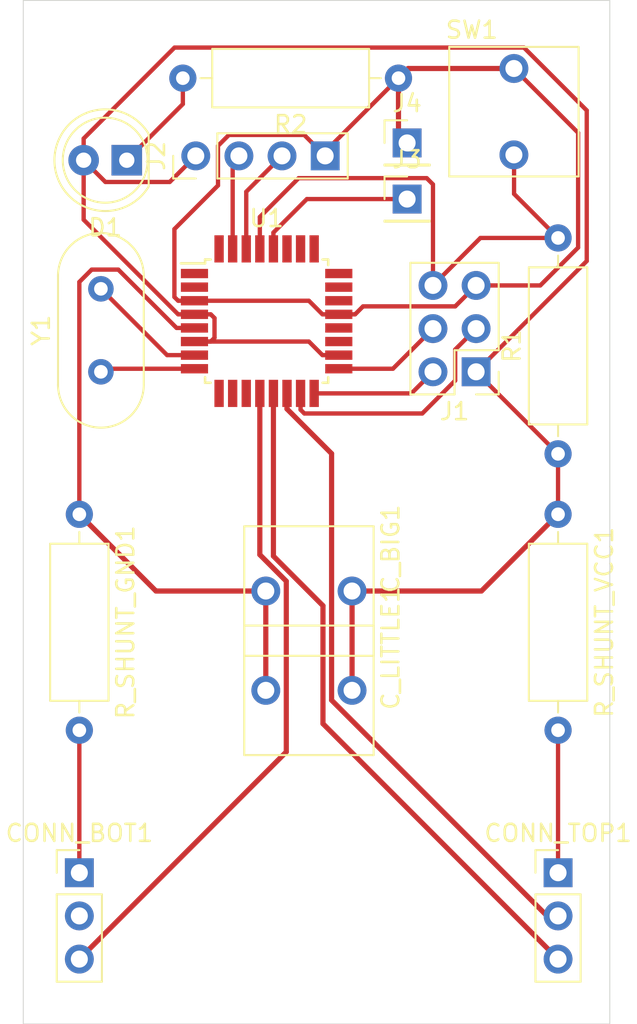
<source format=kicad_pcb>
(kicad_pcb (version 20171130) (host pcbnew "(5.1.9)-1")

  (general
    (thickness 1.6)
    (drawings 4)
    (tracks 105)
    (zones 0)
    (modules 16)
    (nets 33)
  )

  (page A4)
  (layers
    (0 F.Cu signal)
    (31 B.Cu signal)
    (32 B.Adhes user)
    (33 F.Adhes user)
    (34 B.Paste user)
    (35 F.Paste user)
    (36 B.SilkS user)
    (37 F.SilkS user)
    (38 B.Mask user)
    (39 F.Mask user)
    (40 Dwgs.User user)
    (41 Cmts.User user)
    (42 Eco1.User user)
    (43 Eco2.User user)
    (44 Edge.Cuts user)
    (45 Margin user)
    (46 B.CrtYd user)
    (47 F.CrtYd user)
    (48 B.Fab user)
    (49 F.Fab user)
  )

  (setup
    (last_trace_width 0.3048)
    (trace_clearance 0.2032)
    (zone_clearance 0.508)
    (zone_45_only no)
    (trace_min 0.254)
    (via_size 0.8)
    (via_drill 0.4064)
    (via_min_size 0.4)
    (via_min_drill 0.3)
    (uvia_size 0.3)
    (uvia_drill 0.1)
    (uvias_allowed no)
    (uvia_min_size 0.2)
    (uvia_min_drill 0.1)
    (edge_width 0.05)
    (segment_width 0.2)
    (pcb_text_width 0.3)
    (pcb_text_size 1.5 1.5)
    (mod_edge_width 0.12)
    (mod_text_size 1 1)
    (mod_text_width 0.15)
    (pad_size 1.7 1.7)
    (pad_drill 1)
    (pad_to_mask_clearance 0)
    (aux_axis_origin 0 0)
    (visible_elements 7FFFFFFF)
    (pcbplotparams
      (layerselection 0x01000_7fffffff)
      (usegerberextensions false)
      (usegerberattributes true)
      (usegerberadvancedattributes true)
      (creategerberjobfile true)
      (excludeedgelayer true)
      (linewidth 0.100000)
      (plotframeref false)
      (viasonmask false)
      (mode 1)
      (useauxorigin false)
      (hpglpennumber 1)
      (hpglpenspeed 20)
      (hpglpendiameter 15.000000)
      (psnegative false)
      (psa4output false)
      (plotreference true)
      (plotvalue true)
      (plotinvisibletext false)
      (padsonsilk false)
      (subtractmaskfromsilk false)
      (outputformat 1)
      (mirror false)
      (drillshape 0)
      (scaleselection 1)
      (outputdirectory "./"))
  )

  (net 0 "")
  (net 1 GND)
  (net 2 ISP_RST)
  (net 3 ISP_MOSI)
  (net 4 ISP_SCK)
  (net 5 VCC)
  (net 6 "Net-(U1-Pad32)")
  (net 7 "Net-(U1-Pad27)")
  (net 8 "Net-(U1-Pad26)")
  (net 9 "Net-(U1-Pad25)")
  (net 10 "Net-(U1-Pad24)")
  (net 11 "Net-(U1-Pad22)")
  (net 12 "Net-(U1-Pad20)")
  (net 13 "Net-(U1-Pad19)")
  (net 14 "Net-(U1-Pad11)")
  (net 15 "Net-(U1-Pad10)")
  (net 16 "Net-(U1-Pad9)")
  (net 17 "Net-(U1-Pad8)")
  (net 18 "Net-(U1-Pad7)")
  (net 19 "Net-(U1-Pad1)")
  (net 20 SC_TRIG)
  (net 21 SC_RST)
  (net 22 SC_CLK)
  (net 23 SC_DATA)
  (net 24 "Net-(U1-Pad2)")
  (net 25 "Net-(CONN_BOT1-Pad2)")
  (net 26 "Net-(CONN_BOT1-Pad1)")
  (net 27 "Net-(CONN_TOP1-Pad1)")
  (net 28 USART_RX)
  (net 29 USART_TX)
  (net 30 "Net-(U1-Pad23)")
  (net 31 ISP_MISO)
  (net 32 "Net-(D1-Pad1)")

  (net_class Default "This is the default net class."
    (clearance 0.2032)
    (trace_width 0.3048)
    (via_dia 0.8)
    (via_drill 0.4064)
    (uvia_dia 0.3)
    (uvia_drill 0.1)
    (diff_pair_width 0.254)
    (diff_pair_gap 0.254)
    (add_net GND)
    (add_net ISP_MISO)
    (add_net ISP_MOSI)
    (add_net ISP_RST)
    (add_net ISP_SCK)
    (add_net "Net-(CONN_BOT1-Pad1)")
    (add_net "Net-(CONN_BOT1-Pad2)")
    (add_net "Net-(CONN_TOP1-Pad1)")
    (add_net "Net-(D1-Pad1)")
    (add_net "Net-(U1-Pad1)")
    (add_net "Net-(U1-Pad10)")
    (add_net "Net-(U1-Pad11)")
    (add_net "Net-(U1-Pad19)")
    (add_net "Net-(U1-Pad2)")
    (add_net "Net-(U1-Pad20)")
    (add_net "Net-(U1-Pad22)")
    (add_net "Net-(U1-Pad23)")
    (add_net "Net-(U1-Pad24)")
    (add_net "Net-(U1-Pad25)")
    (add_net "Net-(U1-Pad26)")
    (add_net "Net-(U1-Pad27)")
    (add_net "Net-(U1-Pad32)")
    (add_net "Net-(U1-Pad7)")
    (add_net "Net-(U1-Pad8)")
    (add_net "Net-(U1-Pad9)")
    (add_net SC_CLK)
    (add_net SC_DATA)
    (add_net SC_RST)
    (add_net SC_TRIG)
    (add_net USART_RX)
    (add_net USART_TX)
    (add_net VCC)
  )

  (module avr_demo:SW_6x6 (layer F.Cu) (tedit 6104F7D4) (tstamp 61062A21)
    (at 66.04 81.28 270)
    (descr "Through hole straight pin header, 1x03, 2.54mm pitch, single row")
    (tags "Through hole pin header THT 1x03 2.54mm single row")
    (path /610633B4)
    (fp_text reference C_LITTLE1 (at 0 -2.33 90) (layer F.SilkS)
      (effects (font (size 1 1) (thickness 0.15)))
    )
    (fp_text value C (at 0 7.41 90) (layer F.Fab)
      (effects (font (size 1 1) (thickness 0.15)))
    )
    (fp_line (start -1.33 -1.33) (end 6.29 -1.33) (layer F.SilkS) (width 0.12))
    (fp_line (start 6.29 -1.33) (end 6.29 6.29) (layer F.SilkS) (width 0.12))
    (fp_line (start 6.29 6.29) (end -1.33 6.29) (layer F.SilkS) (width 0.12))
    (fp_line (start -1.33 -1.33) (end -1.33 6.29) (layer F.SilkS) (width 0.12))
    (pad 2 thru_hole oval (at 2.48 5.02 270) (size 1.7 1.7) (drill 1) (layers *.Cu *.Mask)
      (net 1 GND))
    (pad 1 thru_hole circle (at 2.48 -0.06 270) (size 1.7 1.7) (drill 1) (layers *.Cu *.Mask)
      (net 5 VCC))
    (model ${KISYS3DMOD}/Connector_PinHeader_2.54mm.3dshapes/PinHeader_1x03_P2.54mm_Vertical.wrl
      (at (xyz 0 0 0))
      (scale (xyz 1 1 1))
      (rotate (xyz 0 0 0))
    )
  )

  (module avr_demo:SW_6x6 (layer F.Cu) (tedit 6104F7D4) (tstamp 61062A17)
    (at 66.04 75.438 270)
    (descr "Through hole straight pin header, 1x03, 2.54mm pitch, single row")
    (tags "Through hole pin header THT 1x03 2.54mm single row")
    (path /61062DA7)
    (fp_text reference C_BIG1 (at 0 -2.33 90) (layer F.SilkS)
      (effects (font (size 1 1) (thickness 0.15)))
    )
    (fp_text value C (at 0 7.41 90) (layer F.Fab)
      (effects (font (size 1 1) (thickness 0.15)))
    )
    (fp_line (start -1.33 -1.33) (end 6.29 -1.33) (layer F.SilkS) (width 0.12))
    (fp_line (start 6.29 -1.33) (end 6.29 6.29) (layer F.SilkS) (width 0.12))
    (fp_line (start 6.29 6.29) (end -1.33 6.29) (layer F.SilkS) (width 0.12))
    (fp_line (start -1.33 -1.33) (end -1.33 6.29) (layer F.SilkS) (width 0.12))
    (pad 2 thru_hole oval (at 2.48 5.02 270) (size 1.7 1.7) (drill 1) (layers *.Cu *.Mask)
      (net 1 GND))
    (pad 1 thru_hole circle (at 2.48 -0.06 270) (size 1.7 1.7) (drill 1) (layers *.Cu *.Mask)
      (net 5 VCC))
    (model ${KISYS3DMOD}/Connector_PinHeader_2.54mm.3dshapes/PinHeader_1x03_P2.54mm_Vertical.wrl
      (at (xyz 0 0 0))
      (scale (xyz 1 1 1))
      (rotate (xyz 0 0 0))
    )
  )

  (module Connector_PinHeader_2.54mm:PinHeader_1x01_P2.54mm_Vertical (layer F.Cu) (tedit 59FED5CC) (tstamp 61062504)
    (at 69.342 51.562)
    (descr "Through hole straight pin header, 1x01, 2.54mm pitch, single row")
    (tags "Through hole pin header THT 1x01 2.54mm single row")
    (path /61072F42)
    (fp_text reference J4 (at 0 -2.33) (layer F.SilkS)
      (effects (font (size 1 1) (thickness 0.15)))
    )
    (fp_text value Conn_01x01_Male (at 0 2.33) (layer F.Fab)
      (effects (font (size 1 1) (thickness 0.15)))
    )
    (fp_text user %R (at 0 0 90) (layer F.Fab)
      (effects (font (size 1 1) (thickness 0.15)))
    )
    (fp_line (start -0.635 -1.27) (end 1.27 -1.27) (layer F.Fab) (width 0.1))
    (fp_line (start 1.27 -1.27) (end 1.27 1.27) (layer F.Fab) (width 0.1))
    (fp_line (start 1.27 1.27) (end -1.27 1.27) (layer F.Fab) (width 0.1))
    (fp_line (start -1.27 1.27) (end -1.27 -0.635) (layer F.Fab) (width 0.1))
    (fp_line (start -1.27 -0.635) (end -0.635 -1.27) (layer F.Fab) (width 0.1))
    (fp_line (start -1.33 1.33) (end 1.33 1.33) (layer F.SilkS) (width 0.12))
    (fp_line (start -1.33 1.27) (end -1.33 1.33) (layer F.SilkS) (width 0.12))
    (fp_line (start 1.33 1.27) (end 1.33 1.33) (layer F.SilkS) (width 0.12))
    (fp_line (start -1.33 1.27) (end 1.33 1.27) (layer F.SilkS) (width 0.12))
    (fp_line (start -1.33 0) (end -1.33 -1.33) (layer F.SilkS) (width 0.12))
    (fp_line (start -1.33 -1.33) (end 0 -1.33) (layer F.SilkS) (width 0.12))
    (fp_line (start -1.8 -1.8) (end -1.8 1.8) (layer F.CrtYd) (width 0.05))
    (fp_line (start -1.8 1.8) (end 1.8 1.8) (layer F.CrtYd) (width 0.05))
    (fp_line (start 1.8 1.8) (end 1.8 -1.8) (layer F.CrtYd) (width 0.05))
    (fp_line (start 1.8 -1.8) (end -1.8 -1.8) (layer F.CrtYd) (width 0.05))
    (pad 1 thru_hole rect (at 0 0) (size 1.7 1.7) (drill 1) (layers *.Cu *.Mask)
      (net 1 GND))
    (model ${KISYS3DMOD}/Connector_PinHeader_2.54mm.3dshapes/PinHeader_1x01_P2.54mm_Vertical.wrl
      (at (xyz 0 0 0))
      (scale (xyz 1 1 1))
      (rotate (xyz 0 0 0))
    )
  )

  (module Connector_PinHeader_2.54mm:PinHeader_1x01_P2.54mm_Vertical (layer F.Cu) (tedit 59FED5CC) (tstamp 6105795A)
    (at 69.342 54.864)
    (descr "Through hole straight pin header, 1x01, 2.54mm pitch, single row")
    (tags "Through hole pin header THT 1x01 2.54mm single row")
    (path /6108EC2D)
    (fp_text reference J3 (at 0 -2.33) (layer F.SilkS)
      (effects (font (size 1 1) (thickness 0.15)))
    )
    (fp_text value Conn_01x01_Male (at 0 2.33) (layer F.Fab)
      (effects (font (size 1 1) (thickness 0.15)))
    )
    (fp_line (start -0.635 -1.27) (end 1.27 -1.27) (layer F.Fab) (width 0.1))
    (fp_line (start 1.27 -1.27) (end 1.27 1.27) (layer F.Fab) (width 0.1))
    (fp_line (start 1.27 1.27) (end -1.27 1.27) (layer F.Fab) (width 0.1))
    (fp_line (start -1.27 1.27) (end -1.27 -0.635) (layer F.Fab) (width 0.1))
    (fp_line (start -1.27 -0.635) (end -0.635 -1.27) (layer F.Fab) (width 0.1))
    (fp_line (start -1.33 1.33) (end 1.33 1.33) (layer F.SilkS) (width 0.12))
    (fp_line (start -1.33 1.27) (end -1.33 1.33) (layer F.SilkS) (width 0.12))
    (fp_line (start 1.33 1.27) (end 1.33 1.33) (layer F.SilkS) (width 0.12))
    (fp_line (start -1.33 1.27) (end 1.33 1.27) (layer F.SilkS) (width 0.12))
    (fp_line (start -1.33 0) (end -1.33 -1.33) (layer F.SilkS) (width 0.12))
    (fp_line (start -1.33 -1.33) (end 0 -1.33) (layer F.SilkS) (width 0.12))
    (fp_line (start -1.8 -1.8) (end -1.8 1.8) (layer F.CrtYd) (width 0.05))
    (fp_line (start -1.8 1.8) (end 1.8 1.8) (layer F.CrtYd) (width 0.05))
    (fp_line (start 1.8 1.8) (end 1.8 -1.8) (layer F.CrtYd) (width 0.05))
    (fp_line (start 1.8 -1.8) (end -1.8 -1.8) (layer F.CrtYd) (width 0.05))
    (fp_text user %R (at 0 0 90) (layer F.Fab)
      (effects (font (size 1 1) (thickness 0.15)))
    )
    (pad 1 thru_hole rect (at 0 0) (size 1.7 1.7) (drill 1) (layers *.Cu *.Mask)
      (net 20 SC_TRIG))
    (model ${KISYS3DMOD}/Connector_PinHeader_2.54mm.3dshapes/PinHeader_1x01_P2.54mm_Vertical.wrl
      (at (xyz 0 0 0))
      (scale (xyz 1 1 1))
      (rotate (xyz 0 0 0))
    )
  )

  (module Package_QFP:TQFP-32_7x7mm_P0.8mm (layer F.Cu) (tedit 5A02F146) (tstamp 610562CF)
    (at 61.068 62.044)
    (descr "32-Lead Plastic Thin Quad Flatpack (PT) - 7x7x1.0 mm Body, 2.00 mm [TQFP] (see Microchip Packaging Specification 00000049BS.pdf)")
    (tags "QFP 0.8")
    (path /6100FA40)
    (attr smd)
    (fp_text reference U1 (at 0 -6.05) (layer F.SilkS)
      (effects (font (size 1 1) (thickness 0.15)))
    )
    (fp_text value ATmega328P-AU (at 0 6.05) (layer F.Fab)
      (effects (font (size 1 1) (thickness 0.15)))
    )
    (fp_line (start -3.625 -3.4) (end -5.05 -3.4) (layer F.SilkS) (width 0.15))
    (fp_line (start 3.625 -3.625) (end 3.3 -3.625) (layer F.SilkS) (width 0.15))
    (fp_line (start 3.625 3.625) (end 3.3 3.625) (layer F.SilkS) (width 0.15))
    (fp_line (start -3.625 3.625) (end -3.3 3.625) (layer F.SilkS) (width 0.15))
    (fp_line (start -3.625 -3.625) (end -3.3 -3.625) (layer F.SilkS) (width 0.15))
    (fp_line (start -3.625 3.625) (end -3.625 3.3) (layer F.SilkS) (width 0.15))
    (fp_line (start 3.625 3.625) (end 3.625 3.3) (layer F.SilkS) (width 0.15))
    (fp_line (start 3.625 -3.625) (end 3.625 -3.3) (layer F.SilkS) (width 0.15))
    (fp_line (start -3.625 -3.625) (end -3.625 -3.4) (layer F.SilkS) (width 0.15))
    (fp_line (start -5.3 5.3) (end 5.3 5.3) (layer F.CrtYd) (width 0.05))
    (fp_line (start -5.3 -5.3) (end 5.3 -5.3) (layer F.CrtYd) (width 0.05))
    (fp_line (start 5.3 -5.3) (end 5.3 5.3) (layer F.CrtYd) (width 0.05))
    (fp_line (start -5.3 -5.3) (end -5.3 5.3) (layer F.CrtYd) (width 0.05))
    (fp_line (start -3.5 -2.5) (end -2.5 -3.5) (layer F.Fab) (width 0.15))
    (fp_line (start -3.5 3.5) (end -3.5 -2.5) (layer F.Fab) (width 0.15))
    (fp_line (start 3.5 3.5) (end -3.5 3.5) (layer F.Fab) (width 0.15))
    (fp_line (start 3.5 -3.5) (end 3.5 3.5) (layer F.Fab) (width 0.15))
    (fp_line (start -2.5 -3.5) (end 3.5 -3.5) (layer F.Fab) (width 0.15))
    (fp_text user %R (at 0 0) (layer F.Fab)
      (effects (font (size 1 1) (thickness 0.15)))
    )
    (pad 32 smd rect (at -2.8 -4.25 90) (size 1.6 0.55) (layers F.Cu F.Paste F.Mask)
      (net 6 "Net-(U1-Pad32)"))
    (pad 31 smd rect (at -2 -4.25 90) (size 1.6 0.55) (layers F.Cu F.Paste F.Mask)
      (net 29 USART_TX))
    (pad 30 smd rect (at -1.2 -4.25 90) (size 1.6 0.55) (layers F.Cu F.Paste F.Mask)
      (net 28 USART_RX))
    (pad 29 smd rect (at -0.4 -4.25 90) (size 1.6 0.55) (layers F.Cu F.Paste F.Mask)
      (net 2 ISP_RST))
    (pad 28 smd rect (at 0.4 -4.25 90) (size 1.6 0.55) (layers F.Cu F.Paste F.Mask)
      (net 20 SC_TRIG))
    (pad 27 smd rect (at 1.2 -4.25 90) (size 1.6 0.55) (layers F.Cu F.Paste F.Mask)
      (net 7 "Net-(U1-Pad27)"))
    (pad 26 smd rect (at 2 -4.25 90) (size 1.6 0.55) (layers F.Cu F.Paste F.Mask)
      (net 8 "Net-(U1-Pad26)"))
    (pad 25 smd rect (at 2.8 -4.25 90) (size 1.6 0.55) (layers F.Cu F.Paste F.Mask)
      (net 9 "Net-(U1-Pad25)"))
    (pad 24 smd rect (at 4.25 -2.8) (size 1.6 0.55) (layers F.Cu F.Paste F.Mask)
      (net 10 "Net-(U1-Pad24)"))
    (pad 23 smd rect (at 4.25 -2) (size 1.6 0.55) (layers F.Cu F.Paste F.Mask)
      (net 30 "Net-(U1-Pad23)"))
    (pad 22 smd rect (at 4.25 -1.2) (size 1.6 0.55) (layers F.Cu F.Paste F.Mask)
      (net 11 "Net-(U1-Pad22)"))
    (pad 21 smd rect (at 4.25 -0.4) (size 1.6 0.55) (layers F.Cu F.Paste F.Mask)
      (net 1 GND))
    (pad 20 smd rect (at 4.25 0.4) (size 1.6 0.55) (layers F.Cu F.Paste F.Mask)
      (net 12 "Net-(U1-Pad20)"))
    (pad 19 smd rect (at 4.25 1.2) (size 1.6 0.55) (layers F.Cu F.Paste F.Mask)
      (net 13 "Net-(U1-Pad19)"))
    (pad 18 smd rect (at 4.25 2) (size 1.6 0.55) (layers F.Cu F.Paste F.Mask)
      (net 5 VCC))
    (pad 17 smd rect (at 4.25 2.8) (size 1.6 0.55) (layers F.Cu F.Paste F.Mask)
      (net 4 ISP_SCK))
    (pad 16 smd rect (at 2.8 4.25 90) (size 1.6 0.55) (layers F.Cu F.Paste F.Mask)
      (net 31 ISP_MISO))
    (pad 15 smd rect (at 2 4.25 90) (size 1.6 0.55) (layers F.Cu F.Paste F.Mask)
      (net 3 ISP_MOSI))
    (pad 14 smd rect (at 1.2 4.25 90) (size 1.6 0.55) (layers F.Cu F.Paste F.Mask)
      (net 21 SC_RST))
    (pad 13 smd rect (at 0.4 4.25 90) (size 1.6 0.55) (layers F.Cu F.Paste F.Mask)
      (net 22 SC_CLK))
    (pad 12 smd rect (at -0.4 4.25 90) (size 1.6 0.55) (layers F.Cu F.Paste F.Mask)
      (net 23 SC_DATA))
    (pad 11 smd rect (at -1.2 4.25 90) (size 1.6 0.55) (layers F.Cu F.Paste F.Mask)
      (net 14 "Net-(U1-Pad11)"))
    (pad 10 smd rect (at -2 4.25 90) (size 1.6 0.55) (layers F.Cu F.Paste F.Mask)
      (net 15 "Net-(U1-Pad10)"))
    (pad 9 smd rect (at -2.8 4.25 90) (size 1.6 0.55) (layers F.Cu F.Paste F.Mask)
      (net 16 "Net-(U1-Pad9)"))
    (pad 8 smd rect (at -4.25 2.8) (size 1.6 0.55) (layers F.Cu F.Paste F.Mask)
      (net 17 "Net-(U1-Pad8)"))
    (pad 7 smd rect (at -4.25 2) (size 1.6 0.55) (layers F.Cu F.Paste F.Mask)
      (net 18 "Net-(U1-Pad7)"))
    (pad 6 smd rect (at -4.25 1.2) (size 1.6 0.55) (layers F.Cu F.Paste F.Mask)
      (net 5 VCC))
    (pad 5 smd rect (at -4.25 0.4) (size 1.6 0.55) (layers F.Cu F.Paste F.Mask)
      (net 1 GND))
    (pad 4 smd rect (at -4.25 -0.4) (size 1.6 0.55) (layers F.Cu F.Paste F.Mask)
      (net 5 VCC))
    (pad 3 smd rect (at -4.25 -1.2) (size 1.6 0.55) (layers F.Cu F.Paste F.Mask)
      (net 1 GND))
    (pad 2 smd rect (at -4.25 -2) (size 1.6 0.55) (layers F.Cu F.Paste F.Mask)
      (net 24 "Net-(U1-Pad2)"))
    (pad 1 smd rect (at -4.25 -2.8) (size 1.6 0.55) (layers F.Cu F.Paste F.Mask)
      (net 19 "Net-(U1-Pad1)"))
    (model ${KISYS3DMOD}/Package_QFP.3dshapes/TQFP-32_7x7mm_P0.8mm.wrl
      (at (xyz 0 0 0))
      (scale (xyz 1 1 1))
      (rotate (xyz 0 0 0))
    )
  )

  (module Resistor_THT:R_Axial_DIN0309_L9.0mm_D3.2mm_P12.70mm_Horizontal (layer F.Cu) (tedit 5AE5139B) (tstamp 610572A9)
    (at 68.834 47.752 180)
    (descr "Resistor, Axial_DIN0309 series, Axial, Horizontal, pin pitch=12.7mm, 0.5W = 1/2W, length*diameter=9*3.2mm^2, http://cdn-reichelt.de/documents/datenblatt/B400/1_4W%23YAG.pdf")
    (tags "Resistor Axial_DIN0309 series Axial Horizontal pin pitch 12.7mm 0.5W = 1/2W length 9mm diameter 3.2mm")
    (path /6106821A)
    (fp_text reference R2 (at 6.35 -2.72) (layer F.SilkS)
      (effects (font (size 1 1) (thickness 0.15)))
    )
    (fp_text value R (at 6.35 2.72) (layer F.Fab)
      (effects (font (size 1 1) (thickness 0.15)))
    )
    (fp_line (start 1.85 -1.6) (end 1.85 1.6) (layer F.Fab) (width 0.1))
    (fp_line (start 1.85 1.6) (end 10.85 1.6) (layer F.Fab) (width 0.1))
    (fp_line (start 10.85 1.6) (end 10.85 -1.6) (layer F.Fab) (width 0.1))
    (fp_line (start 10.85 -1.6) (end 1.85 -1.6) (layer F.Fab) (width 0.1))
    (fp_line (start 0 0) (end 1.85 0) (layer F.Fab) (width 0.1))
    (fp_line (start 12.7 0) (end 10.85 0) (layer F.Fab) (width 0.1))
    (fp_line (start 1.73 -1.72) (end 1.73 1.72) (layer F.SilkS) (width 0.12))
    (fp_line (start 1.73 1.72) (end 10.97 1.72) (layer F.SilkS) (width 0.12))
    (fp_line (start 10.97 1.72) (end 10.97 -1.72) (layer F.SilkS) (width 0.12))
    (fp_line (start 10.97 -1.72) (end 1.73 -1.72) (layer F.SilkS) (width 0.12))
    (fp_line (start 1.04 0) (end 1.73 0) (layer F.SilkS) (width 0.12))
    (fp_line (start 11.66 0) (end 10.97 0) (layer F.SilkS) (width 0.12))
    (fp_line (start -1.05 -1.85) (end -1.05 1.85) (layer F.CrtYd) (width 0.05))
    (fp_line (start -1.05 1.85) (end 13.75 1.85) (layer F.CrtYd) (width 0.05))
    (fp_line (start 13.75 1.85) (end 13.75 -1.85) (layer F.CrtYd) (width 0.05))
    (fp_line (start 13.75 -1.85) (end -1.05 -1.85) (layer F.CrtYd) (width 0.05))
    (fp_text user %R (at 6.35 0) (layer F.Fab)
      (effects (font (size 1 1) (thickness 0.15)))
    )
    (pad 2 thru_hole oval (at 12.7 0 180) (size 1.6 1.6) (drill 0.8) (layers *.Cu *.Mask)
      (net 32 "Net-(D1-Pad1)"))
    (pad 1 thru_hole circle (at 0 0 180) (size 1.6 1.6) (drill 0.8) (layers *.Cu *.Mask)
      (net 1 GND))
    (model ${KISYS3DMOD}/Resistor_THT.3dshapes/R_Axial_DIN0309_L9.0mm_D3.2mm_P12.70mm_Horizontal.wrl
      (at (xyz 0 0 0))
      (scale (xyz 1 1 1))
      (rotate (xyz 0 0 0))
    )
  )

  (module LED_THT:LED_D5.0mm (layer F.Cu) (tedit 5995936A) (tstamp 61057202)
    (at 52.832 52.578 180)
    (descr "LED, diameter 5.0mm, 2 pins, http://cdn-reichelt.de/documents/datenblatt/A500/LL-504BC2E-009.pdf")
    (tags "LED diameter 5.0mm 2 pins")
    (path /61067996)
    (fp_text reference D1 (at 1.27 -3.96) (layer F.SilkS)
      (effects (font (size 1 1) (thickness 0.15)))
    )
    (fp_text value LED (at 1.27 3.96) (layer F.Fab)
      (effects (font (size 1 1) (thickness 0.15)))
    )
    (fp_circle (center 1.27 0) (end 3.77 0) (layer F.Fab) (width 0.1))
    (fp_circle (center 1.27 0) (end 3.77 0) (layer F.SilkS) (width 0.12))
    (fp_line (start -1.23 -1.469694) (end -1.23 1.469694) (layer F.Fab) (width 0.1))
    (fp_line (start -1.29 -1.545) (end -1.29 1.545) (layer F.SilkS) (width 0.12))
    (fp_line (start -1.95 -3.25) (end -1.95 3.25) (layer F.CrtYd) (width 0.05))
    (fp_line (start -1.95 3.25) (end 4.5 3.25) (layer F.CrtYd) (width 0.05))
    (fp_line (start 4.5 3.25) (end 4.5 -3.25) (layer F.CrtYd) (width 0.05))
    (fp_line (start 4.5 -3.25) (end -1.95 -3.25) (layer F.CrtYd) (width 0.05))
    (fp_text user %R (at 1.25 0) (layer F.Fab)
      (effects (font (size 0.8 0.8) (thickness 0.2)))
    )
    (fp_arc (start 1.27 0) (end -1.29 1.54483) (angle -148.9) (layer F.SilkS) (width 0.12))
    (fp_arc (start 1.27 0) (end -1.29 -1.54483) (angle 148.9) (layer F.SilkS) (width 0.12))
    (fp_arc (start 1.27 0) (end -1.23 -1.469694) (angle 299.1) (layer F.Fab) (width 0.1))
    (pad 2 thru_hole circle (at 2.54 0 180) (size 1.8 1.8) (drill 0.9) (layers *.Cu *.Mask)
      (net 5 VCC))
    (pad 1 thru_hole rect (at 0 0 180) (size 1.8 1.8) (drill 0.9) (layers *.Cu *.Mask)
      (net 32 "Net-(D1-Pad1)"))
    (model ${KISYS3DMOD}/LED_THT.3dshapes/LED_D5.0mm.wrl
      (at (xyz 0 0 0))
      (scale (xyz 1 1 1))
      (rotate (xyz 0 0 0))
    )
  )

  (module Connector_PinHeader_2.54mm:PinHeader_1x03_P2.54mm_Vertical (layer F.Cu) (tedit 59FED5CC) (tstamp 610561EC)
    (at 78.232 94.488)
    (descr "Through hole straight pin header, 1x03, 2.54mm pitch, single row")
    (tags "Through hole pin header THT 1x03 2.54mm single row")
    (path /6104E299)
    (fp_text reference CONN_TOP1 (at 0 -2.33) (layer F.SilkS)
      (effects (font (size 1 1) (thickness 0.15)))
    )
    (fp_text value Conn_01x03 (at 0 7.41) (layer F.Fab)
      (effects (font (size 1 1) (thickness 0.15)))
    )
    (fp_line (start 1.8 -1.8) (end -1.8 -1.8) (layer F.CrtYd) (width 0.05))
    (fp_line (start 1.8 6.85) (end 1.8 -1.8) (layer F.CrtYd) (width 0.05))
    (fp_line (start -1.8 6.85) (end 1.8 6.85) (layer F.CrtYd) (width 0.05))
    (fp_line (start -1.8 -1.8) (end -1.8 6.85) (layer F.CrtYd) (width 0.05))
    (fp_line (start -1.33 -1.33) (end 0 -1.33) (layer F.SilkS) (width 0.12))
    (fp_line (start -1.33 0) (end -1.33 -1.33) (layer F.SilkS) (width 0.12))
    (fp_line (start -1.33 1.27) (end 1.33 1.27) (layer F.SilkS) (width 0.12))
    (fp_line (start 1.33 1.27) (end 1.33 6.41) (layer F.SilkS) (width 0.12))
    (fp_line (start -1.33 1.27) (end -1.33 6.41) (layer F.SilkS) (width 0.12))
    (fp_line (start -1.33 6.41) (end 1.33 6.41) (layer F.SilkS) (width 0.12))
    (fp_line (start -1.27 -0.635) (end -0.635 -1.27) (layer F.Fab) (width 0.1))
    (fp_line (start -1.27 6.35) (end -1.27 -0.635) (layer F.Fab) (width 0.1))
    (fp_line (start 1.27 6.35) (end -1.27 6.35) (layer F.Fab) (width 0.1))
    (fp_line (start 1.27 -1.27) (end 1.27 6.35) (layer F.Fab) (width 0.1))
    (fp_line (start -0.635 -1.27) (end 1.27 -1.27) (layer F.Fab) (width 0.1))
    (fp_text user %R (at 0 2.54 90) (layer F.Fab)
      (effects (font (size 1 1) (thickness 0.15)))
    )
    (pad 3 thru_hole oval (at 0 5.08) (size 1.7 1.7) (drill 1) (layers *.Cu *.Mask)
      (net 22 SC_CLK))
    (pad 2 thru_hole oval (at 0 2.54) (size 1.7 1.7) (drill 1) (layers *.Cu *.Mask)
      (net 21 SC_RST))
    (pad 1 thru_hole rect (at 0 0) (size 1.7 1.7) (drill 1) (layers *.Cu *.Mask)
      (net 27 "Net-(CONN_TOP1-Pad1)"))
    (model ${KISYS3DMOD}/Connector_PinHeader_2.54mm.3dshapes/PinHeader_1x03_P2.54mm_Vertical.wrl
      (at (xyz 0 0 0))
      (scale (xyz 1 1 1))
      (rotate (xyz 0 0 0))
    )
  )

  (module Resistor_THT:R_Axial_DIN0309_L9.0mm_D3.2mm_P12.70mm_Horizontal (layer F.Cu) (tedit 5AE5139B) (tstamp 6105628E)
    (at 78.232 73.406 270)
    (descr "Resistor, Axial_DIN0309 series, Axial, Horizontal, pin pitch=12.7mm, 0.5W = 1/2W, length*diameter=9*3.2mm^2, http://cdn-reichelt.de/documents/datenblatt/B400/1_4W%23YAG.pdf")
    (tags "Resistor Axial_DIN0309 series Axial Horizontal pin pitch 12.7mm 0.5W = 1/2W length 9mm diameter 3.2mm")
    (path /61052152)
    (fp_text reference R_SHUNT_VCC1 (at 6.35 -2.72 90) (layer F.SilkS)
      (effects (font (size 1 1) (thickness 0.15)))
    )
    (fp_text value R (at 6.35 2.72 90) (layer F.Fab)
      (effects (font (size 1 1) (thickness 0.15)))
    )
    (fp_line (start 13.75 -1.85) (end -1.05 -1.85) (layer F.CrtYd) (width 0.05))
    (fp_line (start 13.75 1.85) (end 13.75 -1.85) (layer F.CrtYd) (width 0.05))
    (fp_line (start -1.05 1.85) (end 13.75 1.85) (layer F.CrtYd) (width 0.05))
    (fp_line (start -1.05 -1.85) (end -1.05 1.85) (layer F.CrtYd) (width 0.05))
    (fp_line (start 11.66 0) (end 10.97 0) (layer F.SilkS) (width 0.12))
    (fp_line (start 1.04 0) (end 1.73 0) (layer F.SilkS) (width 0.12))
    (fp_line (start 10.97 -1.72) (end 1.73 -1.72) (layer F.SilkS) (width 0.12))
    (fp_line (start 10.97 1.72) (end 10.97 -1.72) (layer F.SilkS) (width 0.12))
    (fp_line (start 1.73 1.72) (end 10.97 1.72) (layer F.SilkS) (width 0.12))
    (fp_line (start 1.73 -1.72) (end 1.73 1.72) (layer F.SilkS) (width 0.12))
    (fp_line (start 12.7 0) (end 10.85 0) (layer F.Fab) (width 0.1))
    (fp_line (start 0 0) (end 1.85 0) (layer F.Fab) (width 0.1))
    (fp_line (start 10.85 -1.6) (end 1.85 -1.6) (layer F.Fab) (width 0.1))
    (fp_line (start 10.85 1.6) (end 10.85 -1.6) (layer F.Fab) (width 0.1))
    (fp_line (start 1.85 1.6) (end 10.85 1.6) (layer F.Fab) (width 0.1))
    (fp_line (start 1.85 -1.6) (end 1.85 1.6) (layer F.Fab) (width 0.1))
    (fp_text user %R (at 6.35 0 90) (layer F.Fab)
      (effects (font (size 1 1) (thickness 0.15)))
    )
    (pad 2 thru_hole oval (at 12.7 0 270) (size 1.6 1.6) (drill 0.8) (layers *.Cu *.Mask)
      (net 27 "Net-(CONN_TOP1-Pad1)"))
    (pad 1 thru_hole circle (at 0 0 270) (size 1.6 1.6) (drill 0.8) (layers *.Cu *.Mask)
      (net 5 VCC))
    (model ${KISYS3DMOD}/Resistor_THT.3dshapes/R_Axial_DIN0309_L9.0mm_D3.2mm_P12.70mm_Horizontal.wrl
      (at (xyz 0 0 0))
      (scale (xyz 1 1 1))
      (rotate (xyz 0 0 0))
    )
  )

  (module Crystal:Crystal_HC49-4H_Vertical (layer F.Cu) (tedit 5A1AD3B7) (tstamp 610562E6)
    (at 51.308 65.024 90)
    (descr "Crystal THT HC-49-4H http://5hertz.com/pdfs/04404_D.pdf")
    (tags "THT crystalHC-49-4H")
    (path /6101091C)
    (fp_text reference Y1 (at 2.44 -3.525 90) (layer F.SilkS)
      (effects (font (size 1 1) (thickness 0.15)))
    )
    (fp_text value Crystal (at 2.44 3.525 90) (layer F.Fab)
      (effects (font (size 1 1) (thickness 0.15)))
    )
    (fp_line (start 8.5 -2.8) (end -3.6 -2.8) (layer F.CrtYd) (width 0.05))
    (fp_line (start 8.5 2.8) (end 8.5 -2.8) (layer F.CrtYd) (width 0.05))
    (fp_line (start -3.6 2.8) (end 8.5 2.8) (layer F.CrtYd) (width 0.05))
    (fp_line (start -3.6 -2.8) (end -3.6 2.8) (layer F.CrtYd) (width 0.05))
    (fp_line (start -0.76 2.525) (end 5.64 2.525) (layer F.SilkS) (width 0.12))
    (fp_line (start -0.76 -2.525) (end 5.64 -2.525) (layer F.SilkS) (width 0.12))
    (fp_line (start -0.56 2) (end 5.44 2) (layer F.Fab) (width 0.1))
    (fp_line (start -0.56 -2) (end 5.44 -2) (layer F.Fab) (width 0.1))
    (fp_line (start -0.76 2.325) (end 5.64 2.325) (layer F.Fab) (width 0.1))
    (fp_line (start -0.76 -2.325) (end 5.64 -2.325) (layer F.Fab) (width 0.1))
    (fp_arc (start 5.64 0) (end 5.64 -2.525) (angle 180) (layer F.SilkS) (width 0.12))
    (fp_arc (start -0.76 0) (end -0.76 -2.525) (angle -180) (layer F.SilkS) (width 0.12))
    (fp_arc (start 5.44 0) (end 5.44 -2) (angle 180) (layer F.Fab) (width 0.1))
    (fp_arc (start -0.56 0) (end -0.56 -2) (angle -180) (layer F.Fab) (width 0.1))
    (fp_arc (start 5.64 0) (end 5.64 -2.325) (angle 180) (layer F.Fab) (width 0.1))
    (fp_arc (start -0.76 0) (end -0.76 -2.325) (angle -180) (layer F.Fab) (width 0.1))
    (fp_text user %R (at 2.44 0 90) (layer F.Fab)
      (effects (font (size 1 1) (thickness 0.15)))
    )
    (pad 2 thru_hole circle (at 4.88 0 90) (size 1.5 1.5) (drill 0.8) (layers *.Cu *.Mask)
      (net 18 "Net-(U1-Pad7)"))
    (pad 1 thru_hole circle (at 0 0 90) (size 1.5 1.5) (drill 0.8) (layers *.Cu *.Mask)
      (net 17 "Net-(U1-Pad8)"))
    (model ${KISYS3DMOD}/Crystal.3dshapes/Crystal_HC49-4H_Vertical.wrl
      (at (xyz 0 0 0))
      (scale (xyz 1 1 1))
      (rotate (xyz 0 0 0))
    )
  )

  (module avr_demo:SW_6x6 (layer F.Cu) (tedit 6104F7D4) (tstamp 61056298)
    (at 73.152 47.244)
    (descr "Through hole straight pin header, 1x03, 2.54mm pitch, single row")
    (tags "Through hole pin header THT 1x03 2.54mm single row")
    (path /6101254F)
    (fp_text reference SW1 (at 0 -2.33) (layer F.SilkS)
      (effects (font (size 1 1) (thickness 0.15)))
    )
    (fp_text value SW_Push (at 0 7.41) (layer F.Fab)
      (effects (font (size 1 1) (thickness 0.15)))
    )
    (fp_line (start -1.33 -1.33) (end -1.33 6.29) (layer F.SilkS) (width 0.12))
    (fp_line (start 6.29 6.29) (end -1.33 6.29) (layer F.SilkS) (width 0.12))
    (fp_line (start 6.29 -1.33) (end 6.29 6.29) (layer F.SilkS) (width 0.12))
    (fp_line (start -1.33 -1.33) (end 6.29 -1.33) (layer F.SilkS) (width 0.12))
    (pad 2 thru_hole oval (at 2.48 5.02) (size 1.7 1.7) (drill 1) (layers *.Cu *.Mask)
      (net 2 ISP_RST))
    (pad 1 thru_hole circle (at 2.48 -0.06) (size 1.7 1.7) (drill 1) (layers *.Cu *.Mask)
      (net 1 GND))
    (model ${KISYS3DMOD}/Connector_PinHeader_2.54mm.3dshapes/PinHeader_1x03_P2.54mm_Vertical.wrl
      (at (xyz 0 0 0))
      (scale (xyz 1 1 1))
      (rotate (xyz 0 0 0))
    )
  )

  (module Resistor_THT:R_Axial_DIN0309_L9.0mm_D3.2mm_P12.70mm_Horizontal (layer F.Cu) (tedit 5AE5139B) (tstamp 61056277)
    (at 50.038 73.406 270)
    (descr "Resistor, Axial_DIN0309 series, Axial, Horizontal, pin pitch=12.7mm, 0.5W = 1/2W, length*diameter=9*3.2mm^2, http://cdn-reichelt.de/documents/datenblatt/B400/1_4W%23YAG.pdf")
    (tags "Resistor Axial_DIN0309 series Axial Horizontal pin pitch 12.7mm 0.5W = 1/2W length 9mm diameter 3.2mm")
    (path /6104FBE6)
    (fp_text reference R_SHUNT_GND1 (at 6.35 -2.72 90) (layer F.SilkS)
      (effects (font (size 1 1) (thickness 0.15)))
    )
    (fp_text value R (at 6.35 2.72 90) (layer F.Fab)
      (effects (font (size 1 1) (thickness 0.15)))
    )
    (fp_line (start 13.75 -1.85) (end -1.05 -1.85) (layer F.CrtYd) (width 0.05))
    (fp_line (start 13.75 1.85) (end 13.75 -1.85) (layer F.CrtYd) (width 0.05))
    (fp_line (start -1.05 1.85) (end 13.75 1.85) (layer F.CrtYd) (width 0.05))
    (fp_line (start -1.05 -1.85) (end -1.05 1.85) (layer F.CrtYd) (width 0.05))
    (fp_line (start 11.66 0) (end 10.97 0) (layer F.SilkS) (width 0.12))
    (fp_line (start 1.04 0) (end 1.73 0) (layer F.SilkS) (width 0.12))
    (fp_line (start 10.97 -1.72) (end 1.73 -1.72) (layer F.SilkS) (width 0.12))
    (fp_line (start 10.97 1.72) (end 10.97 -1.72) (layer F.SilkS) (width 0.12))
    (fp_line (start 1.73 1.72) (end 10.97 1.72) (layer F.SilkS) (width 0.12))
    (fp_line (start 1.73 -1.72) (end 1.73 1.72) (layer F.SilkS) (width 0.12))
    (fp_line (start 12.7 0) (end 10.85 0) (layer F.Fab) (width 0.1))
    (fp_line (start 0 0) (end 1.85 0) (layer F.Fab) (width 0.1))
    (fp_line (start 10.85 -1.6) (end 1.85 -1.6) (layer F.Fab) (width 0.1))
    (fp_line (start 10.85 1.6) (end 10.85 -1.6) (layer F.Fab) (width 0.1))
    (fp_line (start 1.85 1.6) (end 10.85 1.6) (layer F.Fab) (width 0.1))
    (fp_line (start 1.85 -1.6) (end 1.85 1.6) (layer F.Fab) (width 0.1))
    (fp_text user %R (at 6.35 0 270) (layer F.Fab)
      (effects (font (size 1 1) (thickness 0.15)))
    )
    (pad 2 thru_hole oval (at 12.7 0 270) (size 1.6 1.6) (drill 0.8) (layers *.Cu *.Mask)
      (net 26 "Net-(CONN_BOT1-Pad1)"))
    (pad 1 thru_hole circle (at 0 0 270) (size 1.6 1.6) (drill 0.8) (layers *.Cu *.Mask)
      (net 1 GND))
    (model ${KISYS3DMOD}/Resistor_THT.3dshapes/R_Axial_DIN0309_L9.0mm_D3.2mm_P12.70mm_Horizontal.wrl
      (at (xyz 0 0 0))
      (scale (xyz 1 1 1))
      (rotate (xyz 0 0 0))
    )
  )

  (module Resistor_THT:R_Axial_DIN0309_L9.0mm_D3.2mm_P12.70mm_Horizontal (layer F.Cu) (tedit 5AE5139B) (tstamp 61056249)
    (at 78.232 69.85 90)
    (descr "Resistor, Axial_DIN0309 series, Axial, Horizontal, pin pitch=12.7mm, 0.5W = 1/2W, length*diameter=9*3.2mm^2, http://cdn-reichelt.de/documents/datenblatt/B400/1_4W%23YAG.pdf")
    (tags "Resistor Axial_DIN0309 series Axial Horizontal pin pitch 12.7mm 0.5W = 1/2W length 9mm diameter 3.2mm")
    (path /61010F0D)
    (fp_text reference R1 (at 6.35 -2.72 90) (layer F.SilkS)
      (effects (font (size 1 1) (thickness 0.15)))
    )
    (fp_text value R (at 6.35 2.72 90) (layer F.Fab)
      (effects (font (size 1 1) (thickness 0.15)))
    )
    (fp_line (start 13.75 -1.85) (end -1.05 -1.85) (layer F.CrtYd) (width 0.05))
    (fp_line (start 13.75 1.85) (end 13.75 -1.85) (layer F.CrtYd) (width 0.05))
    (fp_line (start -1.05 1.85) (end 13.75 1.85) (layer F.CrtYd) (width 0.05))
    (fp_line (start -1.05 -1.85) (end -1.05 1.85) (layer F.CrtYd) (width 0.05))
    (fp_line (start 11.66 0) (end 10.97 0) (layer F.SilkS) (width 0.12))
    (fp_line (start 1.04 0) (end 1.73 0) (layer F.SilkS) (width 0.12))
    (fp_line (start 10.97 -1.72) (end 1.73 -1.72) (layer F.SilkS) (width 0.12))
    (fp_line (start 10.97 1.72) (end 10.97 -1.72) (layer F.SilkS) (width 0.12))
    (fp_line (start 1.73 1.72) (end 10.97 1.72) (layer F.SilkS) (width 0.12))
    (fp_line (start 1.73 -1.72) (end 1.73 1.72) (layer F.SilkS) (width 0.12))
    (fp_line (start 12.7 0) (end 10.85 0) (layer F.Fab) (width 0.1))
    (fp_line (start 0 0) (end 1.85 0) (layer F.Fab) (width 0.1))
    (fp_line (start 10.85 -1.6) (end 1.85 -1.6) (layer F.Fab) (width 0.1))
    (fp_line (start 10.85 1.6) (end 10.85 -1.6) (layer F.Fab) (width 0.1))
    (fp_line (start 1.85 1.6) (end 10.85 1.6) (layer F.Fab) (width 0.1))
    (fp_line (start 1.85 -1.6) (end 1.85 1.6) (layer F.Fab) (width 0.1))
    (fp_text user %R (at 6.35 0 90) (layer F.Fab)
      (effects (font (size 1 1) (thickness 0.15)))
    )
    (pad 2 thru_hole oval (at 12.7 0 90) (size 1.6 1.6) (drill 0.8) (layers *.Cu *.Mask)
      (net 2 ISP_RST))
    (pad 1 thru_hole circle (at 0 0 90) (size 1.6 1.6) (drill 0.8) (layers *.Cu *.Mask)
      (net 5 VCC))
    (model ${KISYS3DMOD}/Resistor_THT.3dshapes/R_Axial_DIN0309_L9.0mm_D3.2mm_P12.70mm_Horizontal.wrl
      (at (xyz 0 0 0))
      (scale (xyz 1 1 1))
      (rotate (xyz 0 0 0))
    )
  )

  (module Connector_PinHeader_2.54mm:PinHeader_1x04_P2.54mm_Vertical (layer F.Cu) (tedit 6104FB1F) (tstamp 61056232)
    (at 56.896 52.324 90)
    (descr "Through hole straight pin header, 1x04, 2.54mm pitch, single row")
    (tags "Through hole pin header THT 1x04 2.54mm single row")
    (path /610566EC)
    (fp_text reference J2 (at 0 -2.33 90) (layer F.SilkS)
      (effects (font (size 1 1) (thickness 0.15)))
    )
    (fp_text value Conn_01x04 (at 0 9.95 90) (layer F.Fab)
      (effects (font (size 1 1) (thickness 0.15)))
    )
    (fp_line (start 1.8 -1.8) (end -1.8 -1.8) (layer F.CrtYd) (width 0.05))
    (fp_line (start 1.8 9.4) (end 1.8 -1.8) (layer F.CrtYd) (width 0.05))
    (fp_line (start -1.8 9.4) (end 1.8 9.4) (layer F.CrtYd) (width 0.05))
    (fp_line (start -1.8 -1.8) (end -1.8 9.4) (layer F.CrtYd) (width 0.05))
    (fp_line (start -1.33 -1.33) (end 0 -1.33) (layer F.SilkS) (width 0.12))
    (fp_line (start -1.33 0) (end -1.33 -1.33) (layer F.SilkS) (width 0.12))
    (fp_line (start -1.33 1.27) (end 1.33 1.27) (layer F.SilkS) (width 0.12))
    (fp_line (start 1.33 1.27) (end 1.33 8.95) (layer F.SilkS) (width 0.12))
    (fp_line (start -1.33 1.27) (end -1.33 8.95) (layer F.SilkS) (width 0.12))
    (fp_line (start -1.33 8.95) (end 1.33 8.95) (layer F.SilkS) (width 0.12))
    (fp_line (start -1.27 -0.635) (end -0.635 -1.27) (layer F.Fab) (width 0.1))
    (fp_line (start -1.27 8.89) (end -1.27 -0.635) (layer F.Fab) (width 0.1))
    (fp_line (start 1.27 8.89) (end -1.27 8.89) (layer F.Fab) (width 0.1))
    (fp_line (start 1.27 -1.27) (end 1.27 8.89) (layer F.Fab) (width 0.1))
    (fp_line (start -0.635 -1.27) (end 1.27 -1.27) (layer F.Fab) (width 0.1))
    (fp_text user %R (at 0 3.81) (layer F.Fab)
      (effects (font (size 1 1) (thickness 0.15)))
    )
    (pad 4 thru_hole rect (at 0 7.62 90) (size 1.7 1.7) (drill 1) (layers *.Cu *.Mask)
      (net 1 GND))
    (pad 3 thru_hole oval (at 0 5.08 90) (size 1.7 1.7) (drill 1) (layers *.Cu *.Mask)
      (net 28 USART_RX))
    (pad 2 thru_hole oval (at 0 2.54 90) (size 1.7 1.7) (drill 1) (layers *.Cu *.Mask)
      (net 29 USART_TX))
    (pad 1 thru_hole circle (at 0 0 90) (size 1.7 1.7) (drill 1) (layers *.Cu *.Mask)
      (net 5 VCC))
    (model ${KISYS3DMOD}/Connector_PinHeader_2.54mm.3dshapes/PinHeader_1x04_P2.54mm_Vertical.wrl
      (at (xyz 0 0 0))
      (scale (xyz 1 1 1))
      (rotate (xyz 0 0 0))
    )
  )

  (module avr_demo:AVRISP_2x3 (layer F.Cu) (tedit 61049162) (tstamp 6105621A)
    (at 73.406 65.024 180)
    (descr "Through hole straight pin header, 2x03, 2.54mm pitch, double rows")
    (tags "Through hole pin header THT 2x03 2.54mm double row")
    (path /6101325F)
    (fp_text reference J1 (at 1.27 -2.33) (layer F.SilkS)
      (effects (font (size 1 1) (thickness 0.15)))
    )
    (fp_text value AVR-ISP-6 (at 1.27 7.41) (layer F.Fab)
      (effects (font (size 1 1) (thickness 0.15)))
    )
    (fp_line (start 0 -1.27) (end 3.81 -1.27) (layer F.Fab) (width 0.1))
    (fp_line (start 3.81 -1.27) (end 3.81 6.35) (layer F.Fab) (width 0.1))
    (fp_line (start 3.81 6.35) (end -1.27 6.35) (layer F.Fab) (width 0.1))
    (fp_line (start -1.27 6.35) (end -1.27 0) (layer F.Fab) (width 0.1))
    (fp_line (start -1.27 0) (end 0 -1.27) (layer F.Fab) (width 0.1))
    (fp_line (start -1.33 6.41) (end 3.87 6.41) (layer F.SilkS) (width 0.12))
    (fp_line (start -1.33 1.27) (end -1.33 6.41) (layer F.SilkS) (width 0.12))
    (fp_line (start 3.87 -1.33) (end 3.87 6.41) (layer F.SilkS) (width 0.12))
    (fp_line (start -1.33 1.27) (end 1.27 1.27) (layer F.SilkS) (width 0.12))
    (fp_line (start 1.27 1.27) (end 1.27 -1.33) (layer F.SilkS) (width 0.12))
    (fp_line (start 1.27 -1.33) (end 3.87 -1.33) (layer F.SilkS) (width 0.12))
    (fp_line (start -1.33 0) (end -1.33 -1.33) (layer F.SilkS) (width 0.12))
    (fp_line (start -1.33 -1.33) (end 0 -1.33) (layer F.SilkS) (width 0.12))
    (fp_line (start -1.8 -1.8) (end -1.8 6.85) (layer F.CrtYd) (width 0.05))
    (fp_line (start -1.8 6.85) (end 4.35 6.85) (layer F.CrtYd) (width 0.05))
    (fp_line (start 4.35 6.85) (end 4.35 -1.8) (layer F.CrtYd) (width 0.05))
    (fp_line (start 4.35 -1.8) (end -1.8 -1.8) (layer F.CrtYd) (width 0.05))
    (fp_text user %R (at 1.27 2.54 90) (layer F.Fab)
      (effects (font (size 1 1) (thickness 0.15)))
    )
    (pad 5 thru_hole oval (at 2.54 5.08 180) (size 1.7 1.7) (drill 1) (layers *.Cu *.Mask)
      (net 2 ISP_RST))
    (pad 6 thru_hole oval (at 0 5.08 180) (size 1.7 1.7) (drill 1) (layers *.Cu *.Mask)
      (net 1 GND))
    (pad 3 thru_hole oval (at 2.54 2.54 180) (size 1.7 1.7) (drill 1) (layers *.Cu *.Mask)
      (net 4 ISP_SCK))
    (pad 4 thru_hole oval (at 0 2.54 180) (size 1.7 1.7) (drill 1) (layers *.Cu *.Mask)
      (net 3 ISP_MOSI))
    (pad 1 thru_hole oval (at 2.54 0 180) (size 1.7 1.7) (drill 1) (layers *.Cu *.Mask)
      (net 31 ISP_MISO))
    (pad 2 thru_hole rect (at 0 0 180) (size 1.7 1.7) (drill 1) (layers *.Cu *.Mask)
      (net 5 VCC))
    (model ${KISYS3DMOD}/Connector_PinHeader_2.54mm.3dshapes/PinHeader_2x03_P2.54mm_Vertical.wrl
      (at (xyz 0 0 0))
      (scale (xyz 1 1 1))
      (rotate (xyz 0 0 0))
    )
  )

  (module Connector_PinHeader_2.54mm:PinHeader_1x03_P2.54mm_Vertical (layer F.Cu) (tedit 59FED5CC) (tstamp 610561D5)
    (at 50.038 94.488)
    (descr "Through hole straight pin header, 1x03, 2.54mm pitch, single row")
    (tags "Through hole pin header THT 1x03 2.54mm single row")
    (path /6104F427)
    (fp_text reference CONN_BOT1 (at 0 -2.33) (layer F.SilkS)
      (effects (font (size 1 1) (thickness 0.15)))
    )
    (fp_text value Conn_01x03 (at 0 7.41) (layer F.Fab)
      (effects (font (size 1 1) (thickness 0.15)))
    )
    (fp_line (start 1.8 -1.8) (end -1.8 -1.8) (layer F.CrtYd) (width 0.05))
    (fp_line (start 1.8 6.85) (end 1.8 -1.8) (layer F.CrtYd) (width 0.05))
    (fp_line (start -1.8 6.85) (end 1.8 6.85) (layer F.CrtYd) (width 0.05))
    (fp_line (start -1.8 -1.8) (end -1.8 6.85) (layer F.CrtYd) (width 0.05))
    (fp_line (start -1.33 -1.33) (end 0 -1.33) (layer F.SilkS) (width 0.12))
    (fp_line (start -1.33 0) (end -1.33 -1.33) (layer F.SilkS) (width 0.12))
    (fp_line (start -1.33 1.27) (end 1.33 1.27) (layer F.SilkS) (width 0.12))
    (fp_line (start 1.33 1.27) (end 1.33 6.41) (layer F.SilkS) (width 0.12))
    (fp_line (start -1.33 1.27) (end -1.33 6.41) (layer F.SilkS) (width 0.12))
    (fp_line (start -1.33 6.41) (end 1.33 6.41) (layer F.SilkS) (width 0.12))
    (fp_line (start -1.27 -0.635) (end -0.635 -1.27) (layer F.Fab) (width 0.1))
    (fp_line (start -1.27 6.35) (end -1.27 -0.635) (layer F.Fab) (width 0.1))
    (fp_line (start 1.27 6.35) (end -1.27 6.35) (layer F.Fab) (width 0.1))
    (fp_line (start 1.27 -1.27) (end 1.27 6.35) (layer F.Fab) (width 0.1))
    (fp_line (start -0.635 -1.27) (end 1.27 -1.27) (layer F.Fab) (width 0.1))
    (fp_text user %R (at 0 2.54 90) (layer F.Fab)
      (effects (font (size 1 1) (thickness 0.15)))
    )
    (pad 3 thru_hole oval (at 0 5.08) (size 1.7 1.7) (drill 1) (layers *.Cu *.Mask)
      (net 23 SC_DATA))
    (pad 2 thru_hole oval (at 0 2.54) (size 1.7 1.7) (drill 1) (layers *.Cu *.Mask)
      (net 25 "Net-(CONN_BOT1-Pad2)"))
    (pad 1 thru_hole rect (at 0 0) (size 1.7 1.7) (drill 1) (layers *.Cu *.Mask)
      (net 26 "Net-(CONN_BOT1-Pad1)"))
    (model ${KISYS3DMOD}/Connector_PinHeader_2.54mm.3dshapes/PinHeader_1x03_P2.54mm_Vertical.wrl
      (at (xyz 0 0 0))
      (scale (xyz 1 1 1))
      (rotate (xyz 0 0 0))
    )
  )

  (gr_line (start 46.736 103.378) (end 46.736 43.18) (layer Edge.Cuts) (width 0.05) (tstamp 61057F72))
  (gr_line (start 81.28 103.378) (end 46.736 103.378) (layer Edge.Cuts) (width 0.05))
  (gr_line (start 81.28 43.18) (end 81.28 103.378) (layer Edge.Cuts) (width 0.05))
  (gr_line (start 46.736 43.18) (end 81.28 43.18) (layer Edge.Cuts) (width 0.05))

  (segment (start 64.357198 61.644) (end 65.318 61.644) (width 0.254) (layer F.Cu) (net 1))
  (segment (start 63.557198 60.844) (end 64.357198 61.644) (width 0.254) (layer F.Cu) (net 1))
  (segment (start 56.818 60.844) (end 63.557198 60.844) (width 0.254) (layer F.Cu) (net 1))
  (segment (start 66.278802 61.644) (end 65.318 61.644) (width 0.254) (layer F.Cu) (net 1))
  (segment (start 66.747801 61.175001) (end 66.278802 61.644) (width 0.254) (layer F.Cu) (net 1))
  (segment (start 72.174999 61.175001) (end 66.747801 61.175001) (width 0.254) (layer F.Cu) (net 1))
  (segment (start 73.406 59.944) (end 72.174999 61.175001) (width 0.254) (layer F.Cu) (net 1))
  (segment (start 79.413001 50.965001) (end 75.632 47.184) (width 0.254) (layer F.Cu) (net 1))
  (segment (start 79.413001 57.716881) (end 79.413001 50.965001) (width 0.254) (layer F.Cu) (net 1))
  (segment (start 77.185882 59.944) (end 79.413001 57.716881) (width 0.254) (layer F.Cu) (net 1))
  (segment (start 73.406 59.944) (end 77.185882 59.944) (width 0.254) (layer F.Cu) (net 1))
  (segment (start 64.516 52.07) (end 64.516 52.324) (width 0.254) (layer F.Cu) (net 1))
  (segment (start 68.834 47.752) (end 64.516 52.07) (width 0.254) (layer F.Cu) (net 1))
  (segment (start 50.038 59.740118) (end 50.038 73.406) (width 0.254) (layer F.Cu) (net 1))
  (segment (start 50.765119 59.012999) (end 50.038 59.740118) (width 0.254) (layer F.Cu) (net 1))
  (segment (start 52.332999 59.012999) (end 50.765119 59.012999) (width 0.254) (layer F.Cu) (net 1))
  (segment (start 55.764 62.444) (end 52.332999 59.012999) (width 0.254) (layer F.Cu) (net 1))
  (segment (start 56.818 62.444) (end 55.764 62.444) (width 0.254) (layer F.Cu) (net 1))
  (segment (start 63.284999 51.092999) (end 64.516 52.324) (width 0.254) (layer F.Cu) (net 1))
  (segment (start 58.845119 51.092999) (end 63.284999 51.092999) (width 0.254) (layer F.Cu) (net 1))
  (segment (start 58.204999 51.733119) (end 58.845119 51.092999) (width 0.254) (layer F.Cu) (net 1))
  (segment (start 58.204999 54.063001) (end 58.204999 51.733119) (width 0.254) (layer F.Cu) (net 1))
  (segment (start 55.636999 56.631001) (end 58.204999 54.063001) (width 0.254) (layer F.Cu) (net 1))
  (segment (start 55.636999 60.623801) (end 55.636999 56.631001) (width 0.254) (layer F.Cu) (net 1))
  (segment (start 55.857198 60.844) (end 55.636999 60.623801) (width 0.254) (layer F.Cu) (net 1))
  (segment (start 56.818 60.844) (end 55.857198 60.844) (width 0.254) (layer F.Cu) (net 1))
  (segment (start 61.02 77.918) (end 61.02 83.76) (width 0.3048) (layer F.Cu) (net 1))
  (segment (start 54.55 77.918) (end 50.038 73.406) (width 0.3048) (layer F.Cu) (net 1))
  (segment (start 61.02 77.918) (end 54.55 77.918) (width 0.3048) (layer F.Cu) (net 1))
  (segment (start 69.402 47.184) (end 68.834 47.752) (width 0.3048) (layer F.Cu) (net 1))
  (segment (start 75.632 47.184) (end 69.402 47.184) (width 0.3048) (layer F.Cu) (net 1))
  (segment (start 68.834 51.054) (end 69.342 51.562) (width 0.3048) (layer F.Cu) (net 1))
  (segment (start 68.834 47.752) (end 68.834 51.054) (width 0.3048) (layer F.Cu) (net 1))
  (segment (start 73.66 57.15) (end 70.866 59.944) (width 0.254) (layer F.Cu) (net 2))
  (segment (start 78.232 57.15) (end 73.66 57.15) (width 0.254) (layer F.Cu) (net 2))
  (segment (start 75.640891 54.558891) (end 75.640891 52.264) (width 0.254) (layer F.Cu) (net 2))
  (segment (start 78.232 57.15) (end 75.640891 54.558891) (width 0.254) (layer F.Cu) (net 2))
  (segment (start 60.668 55.918) (end 60.668 57.794) (width 0.254) (layer F.Cu) (net 2))
  (segment (start 62.953001 53.632999) (end 60.668 55.918) (width 0.254) (layer F.Cu) (net 2))
  (segment (start 70.496801 53.632999) (end 62.953001 53.632999) (width 0.254) (layer F.Cu) (net 2))
  (segment (start 70.866 54.002198) (end 70.496801 53.632999) (width 0.254) (layer F.Cu) (net 2))
  (segment (start 70.866 59.944) (end 70.866 54.002198) (width 0.254) (layer F.Cu) (net 2))
  (segment (start 63.068 67.254802) (end 63.068 66.294) (width 0.254) (layer F.Cu) (net 3))
  (segment (start 63.288199 67.475001) (end 63.068 67.254802) (width 0.254) (layer F.Cu) (net 3))
  (segment (start 70.236881 67.475001) (end 63.288199 67.475001) (width 0.254) (layer F.Cu) (net 3))
  (segment (start 72.174999 65.536883) (end 70.236881 67.475001) (width 0.254) (layer F.Cu) (net 3))
  (segment (start 72.174999 63.715001) (end 72.174999 65.536883) (width 0.254) (layer F.Cu) (net 3))
  (segment (start 73.406 62.484) (end 72.174999 63.715001) (width 0.254) (layer F.Cu) (net 3))
  (segment (start 68.506 64.844) (end 65.318 64.844) (width 0.254) (layer F.Cu) (net 4))
  (segment (start 70.866 62.484) (end 68.506 64.844) (width 0.254) (layer F.Cu) (net 4))
  (segment (start 73.406 65.024) (end 78.232 69.85) (width 0.254) (layer F.Cu) (net 5))
  (segment (start 57.778802 63.244) (end 56.818 63.244) (width 0.254) (layer F.Cu) (net 5))
  (segment (start 57.999001 63.023801) (end 57.778802 63.244) (width 0.254) (layer F.Cu) (net 5))
  (segment (start 57.999001 61.864199) (end 57.999001 63.023801) (width 0.254) (layer F.Cu) (net 5))
  (segment (start 57.778802 61.644) (end 57.999001 61.864199) (width 0.254) (layer F.Cu) (net 5))
  (segment (start 56.818 61.644) (end 57.778802 61.644) (width 0.254) (layer F.Cu) (net 5))
  (segment (start 64.357198 64.044) (end 65.318 64.044) (width 0.254) (layer F.Cu) (net 5))
  (segment (start 63.557198 63.244) (end 64.357198 64.044) (width 0.254) (layer F.Cu) (net 5))
  (segment (start 56.818 63.244) (end 63.557198 63.244) (width 0.254) (layer F.Cu) (net 5))
  (segment (start 78.232 69.85) (end 78.232 73.406) (width 0.254) (layer F.Cu) (net 5))
  (segment (start 50.292 51.305208) (end 50.292 52.578) (width 0.254) (layer F.Cu) (net 5))
  (segment (start 55.644209 45.952999) (end 50.292 51.305208) (width 0.254) (layer F.Cu) (net 5))
  (segment (start 76.222881 45.952999) (end 55.644209 45.952999) (width 0.254) (layer F.Cu) (net 5))
  (segment (start 79.92101 49.651128) (end 76.222881 45.952999) (width 0.254) (layer F.Cu) (net 5))
  (segment (start 79.92101 58.50899) (end 79.92101 49.651128) (width 0.254) (layer F.Cu) (net 5))
  (segment (start 73.406 65.024) (end 79.92101 58.50899) (width 0.254) (layer F.Cu) (net 5))
  (segment (start 50.292 56.078802) (end 50.292 52.578) (width 0.254) (layer F.Cu) (net 5))
  (segment (start 55.857198 61.644) (end 50.292 56.078802) (width 0.254) (layer F.Cu) (net 5))
  (segment (start 56.818 61.644) (end 55.857198 61.644) (width 0.254) (layer F.Cu) (net 5))
  (segment (start 51.573001 53.859001) (end 50.292 52.578) (width 0.254) (layer F.Cu) (net 5))
  (segment (start 55.360999 53.859001) (end 51.573001 53.859001) (width 0.254) (layer F.Cu) (net 5))
  (segment (start 56.896 52.324) (end 55.360999 53.859001) (width 0.254) (layer F.Cu) (net 5))
  (segment (start 66.1 77.918) (end 66.1 83.76) (width 0.3048) (layer F.Cu) (net 5))
  (segment (start 73.72 77.918) (end 78.232 73.406) (width 0.3048) (layer F.Cu) (net 5))
  (segment (start 66.1 77.918) (end 73.72 77.918) (width 0.3048) (layer F.Cu) (net 5))
  (segment (start 51.488 64.844) (end 51.308 65.024) (width 0.254) (layer F.Cu) (net 17))
  (segment (start 56.818 64.844) (end 51.488 64.844) (width 0.254) (layer F.Cu) (net 17))
  (segment (start 55.208 64.044) (end 56.818 64.044) (width 0.254) (layer F.Cu) (net 18))
  (segment (start 51.308 60.144) (end 55.208 64.044) (width 0.254) (layer F.Cu) (net 18))
  (segment (start 63.437198 54.864) (end 69.342 54.864) (width 0.254) (layer F.Cu) (net 20))
  (segment (start 61.468 56.833198) (end 63.437198 54.864) (width 0.254) (layer F.Cu) (net 20))
  (segment (start 61.468 57.794) (end 61.468 56.833198) (width 0.254) (layer F.Cu) (net 20))
  (segment (start 77.58371 97.028) (end 78.232 97.028) (width 0.3048) (layer F.Cu) (net 21))
  (segment (start 64.894399 84.338689) (end 77.58371 97.028) (width 0.3048) (layer F.Cu) (net 21))
  (segment (start 62.268 67.209082) (end 64.894399 69.835481) (width 0.3048) (layer F.Cu) (net 21))
  (segment (start 64.894399 69.835481) (end 64.894399 84.338689) (width 0.3048) (layer F.Cu) (net 21))
  (segment (start 62.268 66.294) (end 62.268 67.209082) (width 0.3048) (layer F.Cu) (net 21))
  (segment (start 64.386389 85.722389) (end 78.232 99.568) (width 0.3048) (layer F.Cu) (net 22))
  (segment (start 64.386389 78.781665) (end 64.386389 85.722389) (width 0.3048) (layer F.Cu) (net 22))
  (segment (start 61.468 75.863276) (end 64.386389 78.781665) (width 0.3048) (layer F.Cu) (net 22))
  (segment (start 61.468 66.294) (end 61.468 75.863276) (width 0.3048) (layer F.Cu) (net 22))
  (segment (start 62.225601 87.380399) (end 50.038 99.568) (width 0.3048) (layer F.Cu) (net 23))
  (segment (start 62.225601 77.339311) (end 62.225601 87.380399) (width 0.3048) (layer F.Cu) (net 23))
  (segment (start 60.668 75.78171) (end 62.225601 77.339311) (width 0.3048) (layer F.Cu) (net 23))
  (segment (start 60.668 66.294) (end 60.668 75.78171) (width 0.3048) (layer F.Cu) (net 23))
  (segment (start 50.038 86.106) (end 50.038 94.488) (width 0.254) (layer F.Cu) (net 26))
  (segment (start 78.232 86.106) (end 78.232 94.488) (width 0.254) (layer F.Cu) (net 27))
  (segment (start 59.868 54.432) (end 59.868 57.794) (width 0.254) (layer F.Cu) (net 28))
  (segment (start 61.976 52.324) (end 59.868 54.432) (width 0.254) (layer F.Cu) (net 28))
  (segment (start 59.068 52.692) (end 59.068 57.794) (width 0.254) (layer F.Cu) (net 29))
  (segment (start 59.436 52.324) (end 59.068 52.692) (width 0.254) (layer F.Cu) (net 29))
  (segment (start 69.596 66.294) (end 63.868 66.294) (width 0.254) (layer F.Cu) (net 31))
  (segment (start 70.866 65.024) (end 69.596 66.294) (width 0.254) (layer F.Cu) (net 31))
  (segment (start 56.134 49.276) (end 52.832 52.578) (width 0.254) (layer F.Cu) (net 32))
  (segment (start 56.134 47.752) (end 56.134 49.276) (width 0.254) (layer F.Cu) (net 32))

)

</source>
